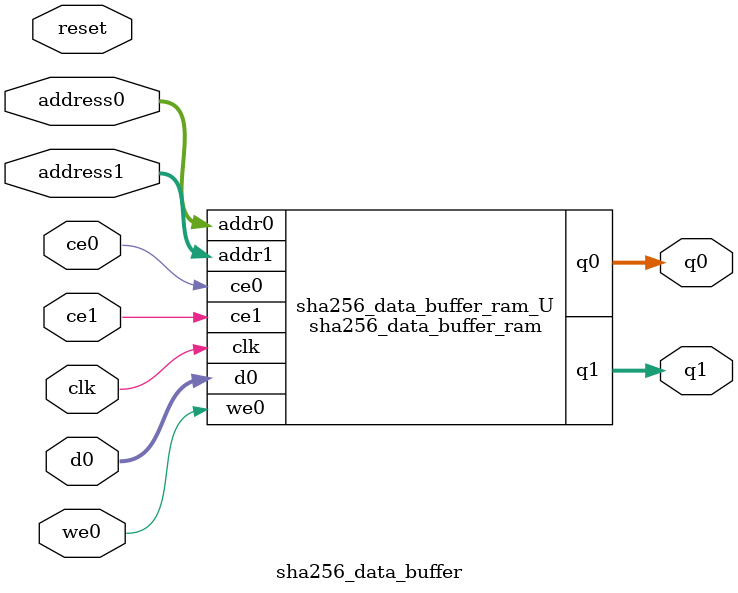
<source format=v>

`timescale 1 ns / 1 ps
module sha256_data_buffer_ram (addr0, ce0, d0, we0, q0, addr1, ce1, q1,  clk);

parameter DWIDTH = 8;
parameter AWIDTH = 6;
parameter MEM_SIZE = 64;

input[AWIDTH-1:0] addr0;
input ce0;
input[DWIDTH-1:0] d0;
input we0;
output reg[DWIDTH-1:0] q0;
input[AWIDTH-1:0] addr1;
input ce1;
output reg[DWIDTH-1:0] q1;
input clk;

(* ram_style = "distributed" *)reg [DWIDTH-1:0] ram[0:MEM_SIZE-1];




always @(posedge clk)  
begin 
    if (ce0) 
    begin
        if (we0) 
        begin 
            ram[addr0] <= d0; 
            q0 <= d0;
        end 
        else 
            q0 <= ram[addr0];
    end
end


always @(posedge clk)  
begin 
    if (ce1) 
    begin
            q1 <= ram[addr1];
    end
end


endmodule


`timescale 1 ns / 1 ps
module sha256_data_buffer(
    reset,
    clk,
    address0,
    ce0,
    we0,
    d0,
    q0,
    address1,
    ce1,
    q1);

parameter DataWidth = 32'd8;
parameter AddressRange = 32'd64;
parameter AddressWidth = 32'd6;
input reset;
input clk;
input[AddressWidth - 1:0] address0;
input ce0;
input we0;
input[DataWidth - 1:0] d0;
output[DataWidth - 1:0] q0;
input[AddressWidth - 1:0] address1;
input ce1;
output[DataWidth - 1:0] q1;



sha256_data_buffer_ram sha256_data_buffer_ram_U(
    .clk( clk ),
    .addr0( address0 ),
    .ce0( ce0 ),
    .d0( d0 ),
    .we0( we0 ),
    .q0( q0 ),
    .addr1( address1 ),
    .ce1( ce1 ),
    .q1( q1 ));

endmodule


</source>
